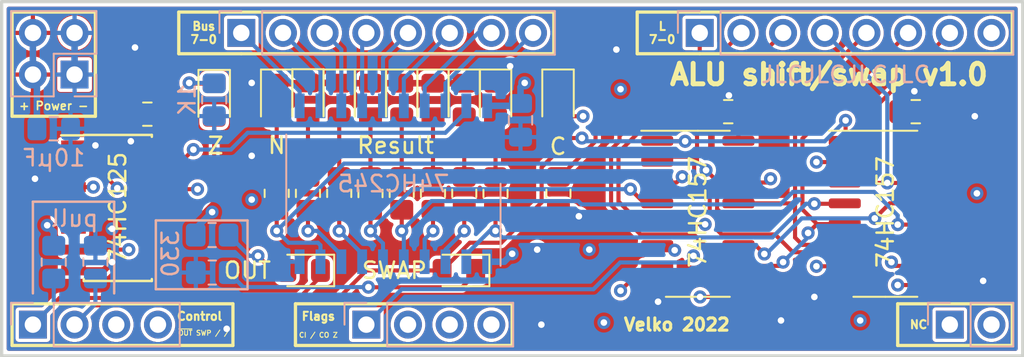
<source format=kicad_pcb>
(kicad_pcb (version 20171130) (host pcbnew "(5.1.9)-1")
  (layers (0 F.Cu signal) (1 In1.Cu signal) (2 In2.Cu signal) (31 B.Cu signal) (34 B.Paste user hide) (35 F.Paste user hide) (36 B.SilkS user hide) (37 F.SilkS user) (38 B.Mask user hide) (39 F.Mask user hide) (44 Edge.Cuts user))
  (net 0 "")
  (net 1 VCC)
  (net 2 GND)
  (net 3 ~OUT~)
  (net 4 "Net-(D11-Pad1)")
  (net 5 BUS7)
  (net 6 BUS6)
  (net 7 BUS5)
  (net 8 BUS4)
  (net 9 BUS3)
  (net 10 BUS2)
  (net 11 BUS1)
  (net 12 BUS0)
  (net 13 ZIN)
  (net 14 "Net-(D9-Pad2)")
  (net 15 "Net-(D10-Pad1)")
  (net 16 "Net-(D11-Pad2)")
  (net 17 A0)
  (net 18 A1)
  (net 19 A2)
  (net 20 A3)
  (net 21 A4)
  (net 22 A5)
  (net 23 A6)
  (net 24 A7)
  (net 25 RES0)
  (net 26 RES1)
  (net 27 RES2)
  (net 28 RES3)
  (net 29 RES4)
  (net 30 RES5)
  (net 31 RES6)
  (net 32 RES7)
  (net 33 "Net-(D1-Pad2)")
  (net 34 "Net-(D2-Pad2)")
  (net 35 "Net-(D3-Pad2)")
  (net 36 "Net-(D4-Pad2)")
  (net 37 "Net-(D5-Pad2)")
  (net 38 "Net-(D6-Pad2)")
  (net 39 "Net-(D7-Pad2)")
  (net 40 "Net-(D8-Pad2)")
  (net 41 SH_SWP)
  (net 42 "Net-(D12-Pad2)")
  (net 43 "Net-(D12-Pad1)")
  (net 44 COUT)
  (net 45 CIN)
  (module Connector_PinHeader_2.54mm:PinHeader_1x02_P2.54mm_Vertical (layer B.Cu) (at 92.71 55.88 270)
    (fp_text reference J6)
    (fp_text value "Input B")
    (pad 2 thru_hole oval (at 0 -2.54 270) (size 1.7 1.7) (drill 1) (layers *.Cu *.Mask))
    (pad 1 thru_hole rect (at 0 0 270) (size 1.7 1.7) (drill 1) (layers *.Cu *.Mask))
  )
  (module Resistor_SMD:R_0805_2012Metric_Pad1.20x1.40mm_HandSolder (layer F.Cu) (at 68.8594 47.879 90)
    (fp_text reference R14)
    (fp_text value 330)
    (pad 2 smd roundrect (at 1 0 90) (size 1.2 1.4) (layers F.Cu F.Paste F.Mask) (roundrect_rratio 0.208333) (net 43 "Net-(D12-Pad1)"))
    (pad 1 smd roundrect (at -1 0 90) (size 1.2 1.4) (layers F.Cu F.Paste F.Mask) (roundrect_rratio 0.208333) (net 2 GND))
  )
  (module Resistor_SMD:R_0805_2012Metric_Pad1.20x1.40mm_HandSolder (layer B.Cu) (at 40.64 52.07 270)
    (fp_text reference R13)
    (fp_text value 10K)
    (pad 2 smd roundrect (at 1 0 270) (size 1.2 1.4) (layers B.Cu B.Paste B.Mask) (roundrect_rratio 0.208333) (net 41 SH_SWP))
    (pad 1 smd roundrect (at -1 0 270) (size 1.2 1.4) (layers B.Cu B.Paste B.Mask) (roundrect_rratio 0.208333) (net 2 GND))
  )
  (module Resistor_SMD:R_0805_2012Metric_Pad1.20x1.40mm_HandSolder (layer B.Cu) (at 38.1 52.07 90)
    (fp_text reference R12)
    (fp_text value 10K)
    (pad 2 smd roundrect (at 1 0 90) (size 1.2 1.4) (layers B.Cu B.Paste B.Mask) (roundrect_rratio 0.208333) (net 1 VCC))
    (pad 1 smd roundrect (at -1 0 90) (size 1.2 1.4) (layers B.Cu B.Paste B.Mask) (roundrect_rratio 0.208333) (net 3 ~OUT~))
  )
  (module Resistor_SMD:R_0805_2012Metric_Pad1.20x1.40mm_HandSolder (layer B.Cu) (at 47.879 42.173 90)
    (fp_text reference R11)
    (fp_text value 1K (at 0 -1.65 90) (layer B.SilkS) (effects (justify mirror)))
    (pad 2 smd roundrect (at 1 0 90) (size 1.2 1.4) (layers B.Cu B.Paste B.Mask) (roundrect_rratio 0.208333) (net 4 "Net-(D11-Pad1)"))
    (pad 1 smd roundrect (at -1 0 90) (size 1.2 1.4) (layers B.Cu B.Paste B.Mask) (roundrect_rratio 0.208333) (net 2 GND))
  )
  (module Resistor_SMD:R_0805_2012Metric_Pad1.20x1.40mm_HandSolder (layer B.Cu) (at 47.761 52.705)
    (fp_text reference R10)
    (fp_text value 330 (at -2.549 -1.143 90) (layer B.SilkS) (effects (justify mirror)))
    (pad 2 smd roundrect (at 1 0) (size 1.2 1.4) (layers B.Cu B.Paste B.Mask) (roundrect_rratio 0.208333) (net 15 "Net-(D10-Pad1)"))
    (pad 1 smd roundrect (at -1 0) (size 1.2 1.4) (layers B.Cu B.Paste B.Mask) (roundrect_rratio 0.208333) (net 2 GND))
  )
  (module Resistor_SMD:R_0805_2012Metric_Pad1.20x1.40mm_HandSolder (layer B.Cu) (at 47.752 50.419)
    (fp_text reference R9)
    (fp_text value 330)
    (pad 2 smd roundrect (at 1 0) (size 1.2 1.4) (layers B.Cu B.Paste B.Mask) (roundrect_rratio 0.208333) (net 14 "Net-(D9-Pad2)"))
    (pad 1 smd roundrect (at -1 0) (size 1.2 1.4) (layers B.Cu B.Paste B.Mask) (roundrect_rratio 0.208333) (net 1 VCC))
  )
  (module Resistor_SMD:R_0805_2012Metric_Pad1.20x1.40mm_HandSolder (layer F.Cu) (at 51.689 47.879 270)
    (fp_text reference R8)
    (fp_text value 330)
    (pad 2 smd roundrect (at 1 0 270) (size 1.2 1.4) (layers F.Cu F.Paste F.Mask) (roundrect_rratio 0.208333) (net 32 RES7))
    (pad 1 smd roundrect (at -1 0 270) (size 1.2 1.4) (layers F.Cu F.Paste F.Mask) (roundrect_rratio 0.208333) (net 40 "Net-(D8-Pad2)"))
  )
  (module Resistor_SMD:R_0805_2012Metric_Pad1.20x1.40mm_HandSolder (layer F.Cu) (at 53.594 47.879 270)
    (fp_text reference R7)
    (fp_text value 330)
    (pad 2 smd roundrect (at 1 0 270) (size 1.2 1.4) (layers F.Cu F.Paste F.Mask) (roundrect_rratio 0.208333) (net 31 RES6))
    (pad 1 smd roundrect (at -1 0 270) (size 1.2 1.4) (layers F.Cu F.Paste F.Mask) (roundrect_rratio 0.208333) (net 39 "Net-(D7-Pad2)"))
  )
  (module Resistor_SMD:R_0805_2012Metric_Pad1.20x1.40mm_HandSolder (layer F.Cu) (at 55.499 47.879 270)
    (fp_text reference R6)
    (fp_text value 330)
    (pad 2 smd roundrect (at 1 0 270) (size 1.2 1.4) (layers F.Cu F.Paste F.Mask) (roundrect_rratio 0.208333) (net 30 RES5))
    (pad 1 smd roundrect (at -1 0 270) (size 1.2 1.4) (layers F.Cu F.Paste F.Mask) (roundrect_rratio 0.208333) (net 38 "Net-(D6-Pad2)"))
  )
  (module Resistor_SMD:R_0805_2012Metric_Pad1.20x1.40mm_HandSolder (layer F.Cu) (at 57.404 47.888 270)
    (fp_text reference R5)
    (fp_text value 330)
    (pad 2 smd roundrect (at 1 0 270) (size 1.2 1.4) (layers F.Cu F.Paste F.Mask) (roundrect_rratio 0.208333) (net 29 RES4))
    (pad 1 smd roundrect (at -1 0 270) (size 1.2 1.4) (layers F.Cu F.Paste F.Mask) (roundrect_rratio 0.208333) (net 37 "Net-(D5-Pad2)"))
  )
  (module Resistor_SMD:R_0805_2012Metric_Pad1.20x1.40mm_HandSolder (layer F.Cu) (at 59.309 47.879 270)
    (fp_text reference R4)
    (fp_text value 330)
    (pad 2 smd roundrect (at 1 0 270) (size 1.2 1.4) (layers F.Cu F.Paste F.Mask) (roundrect_rratio 0.208333) (net 28 RES3))
    (pad 1 smd roundrect (at -1 0 270) (size 1.2 1.4) (layers F.Cu F.Paste F.Mask) (roundrect_rratio 0.208333) (net 36 "Net-(D4-Pad2)"))
  )
  (module Resistor_SMD:R_0805_2012Metric_Pad1.20x1.40mm_HandSolder (layer F.Cu) (at 61.214 47.879 270)
    (fp_text reference R3)
    (fp_text value 330)
    (pad 2 smd roundrect (at 1 0 270) (size 1.2 1.4) (layers F.Cu F.Paste F.Mask) (roundrect_rratio 0.208333) (net 27 RES2))
    (pad 1 smd roundrect (at -1 0 270) (size 1.2 1.4) (layers F.Cu F.Paste F.Mask) (roundrect_rratio 0.208333) (net 35 "Net-(D3-Pad2)"))
  )
  (module Resistor_SMD:R_0805_2012Metric_Pad1.20x1.40mm_HandSolder (layer F.Cu) (at 63.119 47.879 270)
    (fp_text reference R2)
    (fp_text value 330)
    (pad 2 smd roundrect (at 1 0 270) (size 1.2 1.4) (layers F.Cu F.Paste F.Mask) (roundrect_rratio 0.208333) (net 26 RES1))
    (pad 1 smd roundrect (at -1 0 270) (size 1.2 1.4) (layers F.Cu F.Paste F.Mask) (roundrect_rratio 0.208333) (net 34 "Net-(D2-Pad2)"))
  )
  (module Resistor_SMD:R_0805_2012Metric_Pad1.20x1.40mm_HandSolder (layer F.Cu) (at 65.024 47.888 270)
    (fp_text reference R1)
    (fp_text value 330)
    (pad 2 smd roundrect (at 1 0 270) (size 1.2 1.4) (layers F.Cu F.Paste F.Mask) (roundrect_rratio 0.208333) (net 25 RES0))
    (pad 1 smd roundrect (at -1 0 270) (size 1.2 1.4) (layers F.Cu F.Paste F.Mask) (roundrect_rratio 0.208333) (net 33 "Net-(D1-Pad2)"))
  )
  (module LED_SMD:LED_0805_2012Metric_Pad1.15x1.40mm_HandSolder (layer F.Cu) (at 68.834 42.1894 270)
    (fp_text reference D12)
    (fp_text value C (at 2.8321 0 180) (layer F.SilkS))
    (pad 2 smd roundrect (at 1.025 0 270) (size 1.15 1.4) (layers F.Cu F.Paste F.Mask) (roundrect_rratio 0.217391) (net 42 "Net-(D12-Pad2)"))
    (pad 1 smd roundrect (at -1.025 0 270) (size 1.15 1.4) (layers F.Cu F.Paste F.Mask) (roundrect_rratio 0.217391) (net 43 "Net-(D12-Pad1)"))
  )
  (module Package_SO:SOIC-16_3.9x9.9mm_P1.27mm (layer F.Cu) (at 88.7842 49.1236)
    (fp_text reference U7)
    (fp_text value 74HC157 (at 0 -0.112 90) (layer F.SilkS))
    (pad 16 smd roundrect (at 2.475 -4.445) (size 1.95 0.6) (layers F.Cu F.Paste F.Mask) (net 1 VCC))
    (pad 15 smd roundrect (at 2.475 -3.175) (size 1.95 0.6) (layers F.Cu F.Paste F.Mask) (net 2 GND))
    (pad 14 smd roundrect (at 2.475 -1.905) (size 1.95 0.6) (layers F.Cu F.Paste F.Mask) (net 21 A4))
    (pad 13 smd roundrect (at 2.475 -0.635) (size 1.95 0.6) (layers F.Cu F.Paste F.Mask) (net 24 A7))
    (pad 12 smd roundrect (at 2.475 0.635) (size 1.95 0.6) (layers F.Cu F.Paste F.Mask) (net 28 RES3))
    (pad 11 smd roundrect (at 2.475 1.905) (size 1.95 0.6) (layers F.Cu F.Paste F.Mask) (net 20 A3))
    (pad 10 smd roundrect (at 2.475 3.175) (size 1.95 0.6) (layers F.Cu F.Paste F.Mask) (net 23 A6))
    (pad 9 smd roundrect (at 2.475 4.445) (size 1.95 0.6) (layers F.Cu F.Paste F.Mask) (net 27 RES2))
    (pad 8 smd roundrect (at -2.475 4.445) (size 1.95 0.6) (layers F.Cu F.Paste F.Mask) (net 2 GND))
    (pad 7 smd roundrect (at -2.475 3.175) (size 1.95 0.6) (layers F.Cu F.Paste F.Mask) (net 26 RES1))
    (pad 6 smd roundrect (at -2.475 1.905) (size 1.95 0.6) (layers F.Cu F.Paste F.Mask) (net 22 A5))
    (pad 5 smd roundrect (at -2.475 0.635) (size 1.95 0.6) (layers F.Cu F.Paste F.Mask) (net 19 A2))
    (pad 4 smd roundrect (at -2.475 -0.635) (size 1.95 0.6) (layers F.Cu F.Paste F.Mask) (net 25 RES0))
    (pad 3 smd roundrect (at -2.475 -1.905) (size 1.95 0.6) (layers F.Cu F.Paste F.Mask) (net 21 A4))
    (pad 2 smd roundrect (at -2.475 -3.175) (size 1.95 0.6) (layers F.Cu F.Paste F.Mask) (net 18 A1))
    (pad 1 smd roundrect (at -2.475 -4.445) (size 1.95 0.6) (layers F.Cu F.Paste F.Mask) (net 41 SH_SWP))
  )
  (module Package_SO:SOIC-16_3.9x9.9mm_P1.27mm (layer F.Cu) (at 77.3542 49.1236)
    (fp_text reference U6)
    (fp_text value 74HC157 (at 0 -0.112 -90) (layer F.SilkS))
    (pad 1 smd roundrect (at -2.475 -4.445) (size 1.95 0.6) (layers F.Cu F.Paste F.Mask) (net 41 SH_SWP))
    (pad 2 smd roundrect (at -2.475 -3.175) (size 1.95 0.6) (layers F.Cu F.Paste F.Mask) (net 22 A5))
    (pad 3 smd roundrect (at -2.475 -1.905) (size 1.95 0.6) (layers F.Cu F.Paste F.Mask) (net 17 A0))
    (pad 4 smd roundrect (at -2.475 -0.635) (size 1.95 0.6) (layers F.Cu F.Paste F.Mask) (net 29 RES4))
    (pad 5 smd roundrect (at -2.475 0.635) (size 1.95 0.6) (layers F.Cu F.Paste F.Mask) (net 23 A6))
    (pad 6 smd roundrect (at -2.475 1.905) (size 1.95 0.6) (layers F.Cu F.Paste F.Mask) (net 18 A1))
    (pad 7 smd roundrect (at -2.475 3.175) (size 1.95 0.6) (layers F.Cu F.Paste F.Mask) (net 30 RES5))
    (pad 8 smd roundrect (at -2.475 4.445) (size 1.95 0.6) (layers F.Cu F.Paste F.Mask) (net 2 GND))
    (pad 9 smd roundrect (at 2.475 4.445) (size 1.95 0.6) (layers F.Cu F.Paste F.Mask) (net 31 RES6))
    (pad 10 smd roundrect (at 2.475 3.175) (size 1.95 0.6) (layers F.Cu F.Paste F.Mask) (net 19 A2))
    (pad 11 smd roundrect (at 2.475 1.905) (size 1.95 0.6) (layers F.Cu F.Paste F.Mask) (net 24 A7))
    (pad 12 smd roundrect (at 2.475 0.635) (size 1.95 0.6) (layers F.Cu F.Paste F.Mask) (net 32 RES7))
    (pad 13 smd roundrect (at 2.475 -0.635) (size 1.95 0.6) (layers F.Cu F.Paste F.Mask) (net 20 A3))
    (pad 14 smd roundrect (at 2.475 -1.905) (size 1.95 0.6) (layers F.Cu F.Paste F.Mask) (net 45 CIN))
    (pad 15 smd roundrect (at 2.475 -3.175) (size 1.95 0.6) (layers F.Cu F.Paste F.Mask) (net 2 GND))
    (pad 16 smd roundrect (at 2.475 -4.445) (size 1.95 0.6) (layers F.Cu F.Paste F.Mask) (net 1 VCC))
  )
  (module Capacitor_SMD:C_0805_2012Metric_Pad1.15x1.40mm_HandSolder (layer B.Cu) (at 38.1 43.942)
    (fp_text reference C1 hide)
    (fp_text value 10μF (at 0 1.778) (layer B.SilkS) (effects (justify mirror)))
    (pad 1 smd roundrect (at -1.025 0) (size 1.15 1.4) (layers B.Cu B.Paste B.Mask) (roundrect_rratio 0.2173904347826087) (net 1 VCC))
    (pad 2 smd roundrect (at 1.025 0) (size 1.15 1.4) (layers B.Cu B.Paste B.Mask) (roundrect_rratio 0.2173904347826087) (net 2 GND))
  )
  (module Capacitor_SMD:C_0805_2012Metric_Pad1.15x1.40mm_HandSolder (layer B.Cu) (at 66.548 43.425 270)
    (fp_text reference C2 hide)
    (fp_text value 100nF)
    (pad 2 smd roundrect (at 1.025 0 270) (size 1.15 1.4) (layers B.Cu B.Paste B.Mask) (roundrect_rratio 0.2173904347826087) (net 2 GND))
    (pad 1 smd roundrect (at -1.025 0 270) (size 1.15 1.4) (layers B.Cu B.Paste B.Mask) (roundrect_rratio 0.2173904347826087) (net 1 VCC))
  )
  (module Capacitor_SMD:C_0805_2012Metric_Pad1.15x1.40mm_HandSolder (layer F.Cu) (at 43.806 43.053 180)
    (fp_text reference C3 hide)
    (fp_text value 100nF)
    (pad 1 smd roundrect (at -1.025 0 180) (size 1.15 1.4) (layers F.Cu F.Paste F.Mask) (roundrect_rratio 0.2173904347826087) (net 1 VCC))
    (pad 2 smd roundrect (at 1.025 0 180) (size 1.15 1.4) (layers F.Cu F.Paste F.Mask) (roundrect_rratio 0.2173904347826087) (net 2 GND))
  )
  (module LED_SMD:LED_0805_2012Metric_Pad1.15x1.40mm_HandSolder (layer F.Cu) (at 65.024 42.191 270)
    (fp_text reference D1 hide)
    (fp_text value 0)
    (pad 1 smd roundrect (at -1.025 0 270) (size 1.15 1.4) (layers F.Cu F.Paste F.Mask) (roundrect_rratio 0.2173904347826087) (net 2 GND))
    (pad 2 smd roundrect (at 1.025 0 270) (size 1.15 1.4) (layers F.Cu F.Paste F.Mask) (roundrect_rratio 0.2173904347826087) (net 33 "Net-(D1-Pad2)"))
  )
  (module LED_SMD:LED_0805_2012Metric_Pad1.15x1.40mm_HandSolder (layer F.Cu) (at 63.119 42.191 270)
    (fp_text reference D2 hide)
    (fp_text value 1)
    (pad 1 smd roundrect (at -1.025 0 270) (size 1.15 1.4) (layers F.Cu F.Paste F.Mask) (roundrect_rratio 0.2173904347826087) (net 2 GND))
    (pad 2 smd roundrect (at 1.025 0 270) (size 1.15 1.4) (layers F.Cu F.Paste F.Mask) (roundrect_rratio 0.2173904347826087) (net 34 "Net-(D2-Pad2)"))
  )
  (module LED_SMD:LED_0805_2012Metric_Pad1.15x1.40mm_HandSolder (layer F.Cu) (at 61.214 42.191 270)
    (fp_text reference D3 hide)
    (fp_text value 2)
    (pad 2 smd roundrect (at 1.025 0 270) (size 1.15 1.4) (layers F.Cu F.Paste F.Mask) (roundrect_rratio 0.2173904347826087) (net 35 "Net-(D3-Pad2)"))
    (pad 1 smd roundrect (at -1.025 0 270) (size 1.15 1.4) (layers F.Cu F.Paste F.Mask) (roundrect_rratio 0.2173904347826087) (net 2 GND))
  )
  (module LED_SMD:LED_0805_2012Metric_Pad1.15x1.40mm_HandSolder (layer F.Cu) (at 59.309 42.191 270)
    (fp_text reference D4 hide)
    (fp_text value Result (at 2.767 0.381) (layer F.SilkS))
    (pad 1 smd roundrect (at -1.025 0 270) (size 1.15 1.4) (layers F.Cu F.Paste F.Mask) (roundrect_rratio 0.2173904347826087) (net 2 GND))
    (pad 2 smd roundrect (at 1.025 0 270) (size 1.15 1.4) (layers F.Cu F.Paste F.Mask) (roundrect_rratio 0.2173904347826087) (net 36 "Net-(D4-Pad2)"))
  )
  (module LED_SMD:LED_0805_2012Metric_Pad1.15x1.40mm_HandSolder (layer F.Cu) (at 57.404 42.191 270)
    (fp_text reference D5 hide)
    (fp_text value 4)
    (pad 1 smd roundrect (at -1.025 0 270) (size 1.15 1.4) (layers F.Cu F.Paste F.Mask) (roundrect_rratio 0.2173904347826087) (net 2 GND))
    (pad 2 smd roundrect (at 1.025 0 270) (size 1.15 1.4) (layers F.Cu F.Paste F.Mask) (roundrect_rratio 0.2173904347826087) (net 37 "Net-(D5-Pad2)"))
  )
  (module LED_SMD:LED_0805_2012Metric_Pad1.15x1.40mm_HandSolder (layer F.Cu) (at 55.499 42.191 270)
    (fp_text reference D6 hide)
    (fp_text value 5)
    (pad 2 smd roundrect (at 1.025 0 270) (size 1.15 1.4) (layers F.Cu F.Paste F.Mask) (roundrect_rratio 0.2173904347826087) (net 38 "Net-(D6-Pad2)"))
    (pad 1 smd roundrect (at -1.025 0 270) (size 1.15 1.4) (layers F.Cu F.Paste F.Mask) (roundrect_rratio 0.2173904347826087) (net 2 GND))
  )
  (module LED_SMD:LED_0805_2012Metric_Pad1.15x1.40mm_HandSolder (layer F.Cu) (at 53.594 42.173 270)
    (fp_text reference D7 hide)
    (fp_text value 6)
    (pad 2 smd roundrect (at 1.025 0 270) (size 1.15 1.4) (layers F.Cu F.Paste F.Mask) (roundrect_rratio 0.2173904347826087) (net 39 "Net-(D7-Pad2)"))
    (pad 1 smd roundrect (at -1.025 0 270) (size 1.15 1.4) (layers F.Cu F.Paste F.Mask) (roundrect_rratio 0.2173904347826087) (net 2 GND))
  )
  (module LED_SMD:LED_0805_2012Metric_Pad1.15x1.40mm_HandSolder (layer F.Cu) (at 51.689 42.191 270)
    (fp_text reference D8 hide)
    (fp_text value N (at 2.767 0) (layer F.SilkS))
    (pad 2 smd roundrect (at 1.025 0 270) (size 1.15 1.4) (layers F.Cu F.Paste F.Mask) (roundrect_rratio 0.2173904347826087) (net 40 "Net-(D8-Pad2)"))
    (pad 1 smd roundrect (at -1.025 0 270) (size 1.15 1.4) (layers F.Cu F.Paste F.Mask) (roundrect_rratio 0.2173904347826087) (net 2 GND))
  )
  (module LED_SMD:LED_0805_2012Metric_Pad1.15x1.40mm_HandSolder (layer F.Cu) (at 53.331 52.578 180)
    (fp_text reference D9 hide)
    (fp_text value OUT (at 3.429 0) (layer F.SilkS))
    (pad 1 smd roundrect (at -1.025 0 180) (size 1.15 1.4) (layers F.Cu F.Paste F.Mask) (roundrect_rratio 0.2173904347826087) (net 3 ~OUT~))
    (pad 2 smd roundrect (at 1.025 0 180) (size 1.15 1.4) (layers F.Cu F.Paste F.Mask) (roundrect_rratio 0.2173904347826087) (net 14 "Net-(D9-Pad2)"))
  )
  (module LED_SMD:LED_0805_2012Metric_Pad1.15x1.40mm_HandSolder (layer F.Cu) (at 62.7925 52.578 180)
    (fp_text reference D10 hide)
    (fp_text value SWAP (at 3.928 0 180) (layer F.SilkS))
    (pad 1 smd roundrect (at -1.025 0 180) (size 1.15 1.4) (layers F.Cu F.Paste F.Mask) (roundrect_rratio 0.2173904347826087) (net 15 "Net-(D10-Pad1)"))
    (pad 2 smd roundrect (at 1.025 0 180) (size 1.15 1.4) (layers F.Cu F.Paste F.Mask) (roundrect_rratio 0.2173904347826087) (net 41 SH_SWP))
  )
  (module LED_SMD:LED_0805_2012Metric_Pad1.15x1.40mm_HandSolder (layer F.Cu) (at 47.879 42.2148 270)
    (fp_text reference D11 hide)
    (fp_text value Z (at 2.757664 -0.090536) (layer F.SilkS))
    (pad 1 smd roundrect (at -1.025 0 270) (size 1.15 1.4) (layers F.Cu F.Paste F.Mask) (roundrect_rratio 0.2173904347826087) (net 4 "Net-(D11-Pad1)"))
    (pad 2 smd roundrect (at 1.025 0 270) (size 1.15 1.4) (layers F.Cu F.Paste F.Mask) (roundrect_rratio 0.2173904347826087) (net 16 "Net-(D11-Pad2)"))
  )
  (module Connector_PinHeader_2.54mm:PinHeader_1x08_P2.54mm_Vertical (layer B.Cu) (at 49.53 38.1 270)
    (fp_text reference J3 hide)
    (fp_text value BUS)
    (pad 1 thru_hole rect (at 0 0 270) (size 1.7 1.7) (drill 1) (layers *.Cu *.Mask) (net 5 BUS7))
    (pad 2 thru_hole oval (at 0 -2.54 270) (size 1.7 1.7) (drill 1) (layers *.Cu *.Mask) (net 6 BUS6))
    (pad 3 thru_hole oval (at 0 -5.08 270) (size 1.7 1.7) (drill 1) (layers *.Cu *.Mask) (net 7 BUS5))
    (pad 4 thru_hole oval (at 0 -7.62 270) (size 1.7 1.7) (drill 1) (layers *.Cu *.Mask) (net 8 BUS4))
    (pad 5 thru_hole oval (at 0 -10.16 270) (size 1.7 1.7) (drill 1) (layers *.Cu *.Mask) (net 9 BUS3))
    (pad 6 thru_hole oval (at 0 -12.7 270) (size 1.7 1.7) (drill 1) (layers *.Cu *.Mask) (net 10 BUS2))
    (pad 7 thru_hole oval (at 0 -15.24 270) (size 1.7 1.7) (drill 1) (layers *.Cu *.Mask) (net 11 BUS1))
    (pad 8 thru_hole oval (at 0 -17.78 270) (size 1.7 1.7) (drill 1) (layers *.Cu *.Mask) (net 12 BUS0))
  )
  (module Connector_PinHeader_2.54mm:PinHeader_1x08_P2.54mm_Vertical (layer B.Cu) (at 77.47 38.1 270)
    (fp_text reference J4 hide)
    (fp_text value "Input A")
    (pad 8 thru_hole oval (at 0 -17.78 270) (size 1.7 1.7) (drill 1) (layers *.Cu *.Mask) (net 17 A0))
    (pad 7 thru_hole oval (at 0 -15.24 270) (size 1.7 1.7) (drill 1) (layers *.Cu *.Mask) (net 18 A1))
    (pad 6 thru_hole oval (at 0 -12.7 270) (size 1.7 1.7) (drill 1) (layers *.Cu *.Mask) (net 19 A2))
    (pad 5 thru_hole oval (at 0 -10.16 270) (size 1.7 1.7) (drill 1) (layers *.Cu *.Mask) (net 20 A3))
    (pad 4 thru_hole oval (at 0 -7.62 270) (size 1.7 1.7) (drill 1) (layers *.Cu *.Mask) (net 21 A4))
    (pad 3 thru_hole oval (at 0 -5.08 270) (size 1.7 1.7) (drill 1) (layers *.Cu *.Mask) (net 22 A5))
    (pad 2 thru_hole oval (at 0 -2.54 270) (size 1.7 1.7) (drill 1) (layers *.Cu *.Mask) (net 23 A6))
    (pad 1 thru_hole rect (at 0 0 270) (size 1.7 1.7) (drill 1) (layers *.Cu *.Mask) (net 24 A7))
  )
  (module Connector_PinHeader_2.54mm:PinHeader_1x04_P2.54mm_Vertical (layer B.Cu) (at 36.83 55.88 270)
    (fp_text reference J2 hide)
    (fp_text value Control)
    (pad 1 thru_hole rect (at 0 0 270) (size 1.7 1.7) (drill 1) (layers *.Cu *.Mask) (net 3 ~OUT~))
    (pad 2 thru_hole oval (at 0 -2.54 270) (size 1.7 1.7) (drill 1) (layers *.Cu *.Mask) (net 41 SH_SWP))
    (pad 3 thru_hole oval (at 0 -5.08 270) (size 1.7 1.7) (drill 1) (layers *.Cu *.Mask))
    (pad 4 thru_hole oval (at 0 -7.62 270) (size 1.7 1.7) (drill 1) (layers *.Cu *.Mask))
  )
  (module Connector_PinHeader_2.54mm:PinHeader_1x04_P2.54mm_Vertical (layer B.Cu) (at 57.15 55.88 270)
    (fp_text reference J5 hide)
    (fp_text value Flags)
    (pad 4 thru_hole oval (at 0 -7.62 270) (size 1.7 1.7) (drill 1) (layers *.Cu *.Mask) (net 13 ZIN))
    (pad 3 thru_hole oval (at 0 -5.08 270) (size 1.7 1.7) (drill 1) (layers *.Cu *.Mask) (net 44 COUT))
    (pad 2 thru_hole oval (at 0 -2.54 270) (size 1.7 1.7) (drill 1) (layers *.Cu *.Mask))
    (pad 1 thru_hole rect (at 0 0 270) (size 1.7 1.7) (drill 1) (layers *.Cu *.Mask) (net 45 CIN))
  )
  (module Package_SO:SO-20_12.8x7.5mm_P1.27mm (layer B.Cu) (at 58.801 47.295 90)
    (fp_text reference U8)
    (fp_text value 74HC245 (at 0 0 180) (layer B.SilkS) (effects (justify mirror)))
    (pad 6 smd rect (at -4.75 -0.635 90) (size 1.5 0.6) (layers B.Cu B.Paste B.Mask) (net 29 RES4))
    (pad 5 smd rect (at -4.75 0.635 90) (size 1.5 0.6) (layers B.Cu B.Paste B.Mask) (net 28 RES3))
    (pad 4 smd rect (at -4.75 1.905 90) (size 1.5 0.6) (layers B.Cu B.Paste B.Mask) (net 27 RES2))
    (pad 3 smd rect (at -4.75 3.175 90) (size 1.5 0.6) (layers B.Cu B.Paste B.Mask) (net 26 RES1))
    (pad 2 smd rect (at -4.75 4.445 90) (size 1.5 0.6) (layers B.Cu B.Paste B.Mask) (net 25 RES0))
    (pad 1 smd rect (at -4.75 5.715 90) (size 1.5 0.6) (layers B.Cu B.Paste B.Mask) (net 1 VCC))
    (pad 7 smd rect (at -4.75 -1.905 90) (size 1.5 0.6) (layers B.Cu B.Paste B.Mask) (net 30 RES5))
    (pad 8 smd rect (at -4.75 -3.175 90) (size 1.5 0.6) (layers B.Cu B.Paste B.Mask) (net 31 RES6))
    (pad 9 smd rect (at -4.75 -4.445 90) (size 1.5 0.6) (layers B.Cu B.Paste B.Mask) (net 32 RES7))
    (pad 10 smd rect (at -4.75 -5.715 90) (size 1.5 0.6) (layers B.Cu B.Paste B.Mask) (net 2 GND))
    (pad 11 smd rect (at 4.75 -5.715 90) (size 1.5 0.6) (layers B.Cu B.Paste B.Mask) (net 5 BUS7))
    (pad 12 smd rect (at 4.75 -4.445 90) (size 1.5 0.6) (layers B.Cu B.Paste B.Mask) (net 6 BUS6))
    (pad 13 smd rect (at 4.75 -3.175 90) (size 1.5 0.6) (layers B.Cu B.Paste B.Mask) (net 7 BUS5))
    (pad 14 smd rect (at 4.75 -1.905 90) (size 1.5 0.6) (layers B.Cu B.Paste B.Mask) (net 8 BUS4))
    (pad 15 smd rect (at 4.75 -0.635 90) (size 1.5 0.6) (layers B.Cu B.Paste B.Mask) (net 9 BUS3))
    (pad 16 smd rect (at 4.75 0.635 90) (size 1.5 0.6) (layers B.Cu B.Paste B.Mask) (net 10 BUS2))
    (pad 17 smd rect (at 4.75 1.905 90) (size 1.5 0.6) (layers B.Cu B.Paste B.Mask) (net 11 BUS1))
    (pad 18 smd rect (at 4.75 3.175 90) (size 1.5 0.6) (layers B.Cu B.Paste B.Mask) (net 12 BUS0))
    (pad 19 smd rect (at 4.75 4.445 90) (size 1.5 0.6) (layers B.Cu B.Paste B.Mask) (net 3 ~OUT~))
    (pad 20 smd rect (at 4.75 5.715 90) (size 1.5 0.6) (layers B.Cu B.Paste B.Mask) (net 1 VCC))
  )
  (module Package_SO:SOIC-14_3.9x8.7mm_P1.27mm (layer F.Cu) (at 42.004 48.768)
    (fp_text reference U5)
    (fp_text value 74HC125 (at 0 0 90) (layer F.SilkS))
    (pad 1 smd rect (at -2.7 -3.81) (size 1.5 0.6) (layers F.Cu F.Paste F.Mask) (net 2 GND))
    (pad 2 smd rect (at -2.7 -2.54) (size 1.5 0.6) (layers F.Cu F.Paste F.Mask) (net 17 A0))
    (pad 3 smd rect (at -2.7 -1.27) (size 1.5 0.6) (layers F.Cu F.Paste F.Mask) (net 42 "Net-(D12-Pad2)"))
    (pad 4 smd rect (at -2.7 0) (size 1.5 0.6) (layers F.Cu F.Paste F.Mask) (net 3 ~OUT~))
    (pad 5 smd rect (at -2.7 1.27) (size 1.5 0.6) (layers F.Cu F.Paste F.Mask) (net 17 A0))
    (pad 6 smd rect (at -2.7 2.54) (size 1.5 0.6) (layers F.Cu F.Paste F.Mask) (net 44 COUT))
    (pad 7 smd rect (at -2.7 3.81) (size 1.5 0.6) (layers F.Cu F.Paste F.Mask) (net 2 GND))
    (pad 8 smd rect (at 2.7 3.81) (size 1.5 0.6) (layers F.Cu F.Paste F.Mask))
    (pad 9 smd rect (at 2.7 2.54) (size 1.5 0.6) (layers F.Cu F.Paste F.Mask) (net 1 VCC))
    (pad 10 smd rect (at 2.7 1.27) (size 1.5 0.6) (layers F.Cu F.Paste F.Mask) (net 1 VCC))
    (pad 11 smd rect (at 2.7 0) (size 1.5 0.6) (layers F.Cu F.Paste F.Mask) (net 16 "Net-(D11-Pad2)"))
    (pad 12 smd rect (at 2.7 -1.27) (size 1.5 0.6) (layers F.Cu F.Paste F.Mask) (net 13 ZIN))
    (pad 13 smd rect (at 2.7 -2.54) (size 1.5 0.6) (layers F.Cu F.Paste F.Mask) (net 3 ~OUT~))
    (pad 14 smd rect (at 2.7 -3.81) (size 1.5 0.6) (layers F.Cu F.Paste F.Mask) (net 1 VCC))
  )
  (module Connector_PinHeader_2.54mm:PinHeader_2x02_P2.54mm_Vertical (layer B.Cu) (at 39.37 40.64 90)
    (fp_text reference J1 hide)
    (fp_text value Power)
    (pad 1 thru_hole rect (at 0 0 90) (size 1.7 1.7) (drill 1) (layers *.Cu *.Mask) (net 2 GND))
    (pad 2 thru_hole oval (at 2.54 0 90) (size 1.7 1.7) (drill 1) (layers *.Cu *.Mask) (net 2 GND))
    (pad 3 thru_hole oval (at 0 -2.54 90) (size 1.7 1.7) (drill 1) (layers *.Cu *.Mask) (net 1 VCC))
    (pad 4 thru_hole oval (at 2.54 -2.54 90) (size 1.7 1.7) (drill 1) (layers *.Cu *.Mask) (net 1 VCC))
  )
  (module Capacitor_SMD:C_0805_2012Metric_Pad1.15x1.40mm_HandSolder (layer F.Cu) (at 90.6362 42.9006 180)
    (fp_text reference C6)
    (fp_text value 100nF)
    (pad 2 smd roundrect (at 1.025 0 180) (size 1.15 1.4) (layers F.Cu F.Paste F.Mask) (roundrect_rratio 0.2173904347826087) (net 2 GND))
    (pad 1 smd roundrect (at -1.025 0 180) (size 1.15 1.4) (layers F.Cu F.Paste F.Mask) (roundrect_rratio 0.2173904347826087) (net 1 VCC))
  )
  (module Capacitor_SMD:C_0805_2012Metric_Pad1.15x1.40mm_HandSolder (layer F.Cu) (at 79.2062 42.9006 180)
    (fp_text reference C8)
    (fp_text value 100nF)
    (pad 1 smd roundrect (at -1.025 0 180) (size 1.15 1.4) (layers F.Cu F.Paste F.Mask) (roundrect_rratio 0.2173904347826087) (net 1 VCC))
    (pad 2 smd roundrect (at 1.025 0 180) (size 1.15 1.4) (layers F.Cu F.Paste F.Mask) (roundrect_rratio 0.2173904347826087) (net 2 GND))
  )
  (gr_line (start 44.323 53.721) (end 44.323 49.53) (layer B.SilkS) (width 0.15))
  (gr_line (start 49.911 53.721) (end 44.323 53.721) (layer B.SilkS) (width 0.15))
  (gr_line (start 49.911 49.53) (end 49.911 53.721) (layer B.SilkS) (width 0.15))
  (gr_line (start 44.323 49.53) (end 49.911 49.53) (layer B.SilkS) (width 0.15))
  (gr_text JLCJLCJLCJLC (at 86.36 40.64) (layer B.SilkS) (effects (font (size 1 1))))
  (gr_line (start 41.783 53.848) (end 41.783 53.975) (layer B.SilkS) (width 0.15))
  (gr_line (start 41.783 48.387) (end 41.783 53.848) (layer B.SilkS) (width 0.15))
  (gr_line (start 41.656 48.387) (end 41.783 48.387) (layer B.SilkS) (width 0.15))
  (gr_line (start 36.83 48.387) (end 41.656 48.387) (layer B.SilkS) (width 0.15))
  (gr_line (start 36.83 53.975) (end 36.83 48.387) (layer B.SilkS) (width 0.15))
  (gr_text pull (at 39.37 49.403) (layer B.SilkS) (effects (font (size 1 1)) (justify mirror)))
  (gr_line (start 40.64 36.83) (end 40.64 40.64) (layer F.SilkS) (width 0.2))
  (gr_line (start 35.56 36.83) (end 40.64 36.83) (layer F.SilkS) (width 0.2))
  (gr_line (start 35.56 40.64) (end 35.56 36.83) (layer F.SilkS) (width 0.2))
  (gr_line (start 68.58 36.83) (end 49.53 36.83) (layer F.SilkS) (width 0.2))
  (gr_line (start 68.58 39.37) (end 68.58 36.83) (layer F.SilkS) (width 0.2))
  (gr_line (start 49.53 39.37) (end 68.58 39.37) (layer F.SilkS) (width 0.2))
  (gr_line (start 96.52 39.37) (end 77.47 39.37) (layer F.SilkS) (width 0.2))
  (gr_line (start 96.52 36.83) (end 96.52 39.37) (layer F.SilkS) (width 0.2))
  (gr_line (start 77.47 36.83) (end 96.52 36.83) (layer F.SilkS) (width 0.2))
  (gr_line (start 96.52 57.15) (end 89.535 57.15) (layer F.SilkS) (width 0.2))
  (gr_line (start 96.52 54.61) (end 96.52 57.15) (layer F.SilkS) (width 0.2))
  (gr_line (start 89.535 54.61) (end 96.52 54.61) (layer F.SilkS) (width 0.2))
  (gr_line (start 66.04 57.15) (end 52.832 57.15) (layer F.SilkS) (width 0.2))
  (gr_line (start 66.04 54.61) (end 66.04 57.15) (layer F.SilkS) (width 0.2))
  (gr_line (start 52.832 54.61) (end 66.04 54.61) (layer F.SilkS) (width 0.2))
  (gr_line (start 35.56 57.15) (end 49.022 57.15) (layer F.SilkS) (width 0.2))
  (gr_line (start 35.56 54.61) (end 35.56 57.15) (layer F.SilkS) (width 0.2))
  (gr_line (start 49.022 54.61) (end 35.56 54.61) (layer F.SilkS) (width 0.2))
  (gr_text "CI / CO Z" (at 54.229 56.515) (layer F.SilkS) (effects (font (size 0.3 0.3) (thickness 0.0625))))
  (gr_text "~OUT~ SWP / /" (at 47.244 56.388) (layer F.SilkS) (effects (font (size 0.3 0.3) (thickness 0.0625))))
  (gr_line (start 49.022 54.61) (end 49.022 57.15) (layer F.SilkS) (width 0.2))
  (gr_line (start 52.832 54.61) (end 52.832 57.15) (layer F.SilkS) (width 0.2))
  (gr_line (start 89.535 54.61) (end 89.535 57.15) (layer F.SilkS) (width 0.2))
  (gr_line (start 73.66 39.37) (end 77.47 39.37) (layer F.SilkS) (width 0.2))
  (gr_line (start 73.66 36.83) (end 73.66 39.37) (layer F.SilkS) (width 0.2))
  (gr_line (start 77.47 36.83) (end 73.66 36.83) (layer F.SilkS) (width 0.2))
  (gr_line (start 45.72 39.37) (end 49.53 39.37) (layer F.SilkS) (width 0.2))
  (gr_line (start 45.72 36.83) (end 45.72 39.37) (layer F.SilkS) (width 0.2))
  (gr_line (start 49.53 36.83) (end 45.72 36.83) (layer F.SilkS) (width 0.2))
  (gr_line (start 40.64 43.18) (end 40.64 40.64) (layer F.SilkS) (width 0.2))
  (gr_line (start 35.56 43.18) (end 40.64 43.18) (layer F.SilkS) (width 0.2))
  (gr_line (start 35.56 40.64) (end 35.56 43.18) (layer F.SilkS) (width 0.2))
  (gr_text NC (at 90.805 55.88) (layer F.SilkS) (effects (font (size 0.5 0.5) (thickness 0.125))))
  (gr_text Flags (at 54.229 55.372) (layer F.SilkS) (effects (font (size 0.5 0.5) (thickness 0.125))))
  (gr_text Control (at 46.99 55.372) (layer F.SilkS) (effects (font (size 0.5 0.5) (thickness 0.125))))
  (gr_text "L\n7-0" (at 75.184 38.1) (layer F.SilkS) (effects (font (size 0.5 0.5) (thickness 0.125))))
  (gr_text "Bus\n7-0" (at 47.244 38.1) (layer F.SilkS) (effects (font (size 0.5 0.5) (thickness 0.125))))
  (gr_text "+ Power -" (at 38.1 42.545) (layer F.SilkS) (effects (font (size 0.5 0.5) (thickness 0.1))))
  (gr_text "Velko 2022" (at 76.073 55.88) (layer F.SilkS) (effects (font (size 0.75 0.75) (thickness 0.1875))))
  (gr_text "ALU shift/swap v1.0" (at 85.344 40.64) (layer F.SilkS) (effects (font (size 1.25 1.25) (thickness 0.3))))
  (gr_line (start 34.925 57.785) (end 34.925 36.195) (layer Edge.Cuts) (width 0.2))
  (gr_line (start 97.155 57.785) (end 34.925 57.785) (layer Edge.Cuts) (width 0.2))
  (gr_line (start 97.155 36.195) (end 97.155 57.785) (layer Edge.Cuts) (width 0.2))
  (gr_line (start 34.925 36.195) (end 97.155 36.195) (layer Edge.Cuts) (width 0.2))
  (via (at 41.656 50.038) (size 0.8) (drill 0.4) (layers F.Cu B.Cu) (net 1))
  (segment (start 66.403 42.545) (end 66.548 42.4) (width 0.4) (layer B.Cu) (net 1))
  (segment (start 64.516 42.545) (end 66.403 42.545) (width 0.4) (layer B.Cu) (net 1))
  (segment (start 36.83 38.1) (end 36.83 40.64) (width 0.4) (layer B.Cu) (net 1))
  (segment (start 37.075 40.885) (end 36.83 40.64) (width 0.4) (layer B.Cu) (net 1))
  (segment (start 37.075 43.942) (end 37.075 40.885) (width 0.4) (layer B.Cu) (net 1))
  (segment (start 38.1 51.07) (end 38.1 50.223844) (width 0.4) (layer B.Cu) (net 1))
  (via (at 37.700942 49.824786) (size 0.8) (drill 0.4) (layers F.Cu B.Cu) (net 1))
  (segment (start 38.1 50.223844) (end 37.700942 49.824786) (width 0.4) (layer B.Cu) (net 1))
  (via (at 47.752 49.022) (size 0.8) (drill 0.4) (layers F.Cu B.Cu) (net 1))
  (segment (start 46.752 50.022) (end 47.752 49.022) (width 0.4) (layer B.Cu) (net 1))
  (segment (start 46.752 50.419) (end 46.752 50.022) (width 0.4) (layer B.Cu) (net 1))
  (via (at 66.802 41.148) (size 0.8) (drill 0.4) (layers F.Cu B.Cu) (net 1))
  (segment (start 66.548 41.402) (end 66.802 41.148) (width 0.4) (layer B.Cu) (net 1))
  (segment (start 66.548 42.4) (end 66.548 41.402) (width 0.4) (layer B.Cu) (net 1))
  (via (at 66.04 51.562) (size 0.8) (drill 0.4) (layers F.Cu B.Cu) (net 1))
  (segment (start 65.557 52.045) (end 66.04 51.562) (width 0.4) (layer B.Cu) (net 1))
  (segment (start 64.516 52.045) (end 65.557 52.045) (width 0.4) (layer B.Cu) (net 1))
  (via (at 72.644 41.529) (size 0.8) (drill 0.4) (layers F.Cu B.Cu) (net 1))
  (via (at 94.361 47.879) (size 0.8) (drill 0.4) (layers F.Cu B.Cu) (net 1))
  (via (at 87.249 55.626) (size 0.8) (drill 0.4) (layers F.Cu B.Cu) (net 1))
  (via (at 71.628 55.753) (size 0.8) (drill 0.4) (layers F.Cu B.Cu) (net 1))
  (via (at 70.739 51.308) (size 0.8) (drill 0.4) (layers F.Cu B.Cu) (net 1))
  (via (at 50.165 48.26) (size 0.8) (drill 0.4) (layers F.Cu B.Cu) (net 1))
  (segment (start 39.37 38.1) (end 39.37 40.64) (width 0.4) (layer B.Cu) (net 2))
  (via (at 42.799 44.704) (size 0.8) (drill 0.4) (layers F.Cu B.Cu) (net 2))
  (segment (start 42.781 44.686) (end 42.799 44.704) (width 0.4) (layer F.Cu) (net 2))
  (segment (start 42.781 43.053) (end 42.781 44.686) (width 0.4) (layer F.Cu) (net 2))
  (via (at 40.64 44.958) (size 0.8) (drill 0.4) (layers F.Cu B.Cu) (net 2))
  (segment (start 39.304 44.958) (end 40.64 44.958) (width 0.4) (layer F.Cu) (net 2))
  (via (at 41.656 52.07) (size 0.8) (drill 0.4) (layers F.Cu B.Cu) (net 2))
  (segment (start 41.148 52.578) (end 41.656 52.07) (width 0.4) (layer F.Cu) (net 2))
  (segment (start 39.304 52.578) (end 41.148 52.578) (width 0.4) (layer F.Cu) (net 2))
  (segment (start 74.8792 53.5686) (end 74.8792 54.4322) (width 0.4) (layer F.Cu) (net 2))
  (via (at 74.93 54.483) (size 0.8) (drill 0.4) (layers F.Cu B.Cu) (net 2))
  (segment (start 74.8792 54.4322) (end 74.93 54.483) (width 0.4) (layer F.Cu) (net 2))
  (via (at 70.104 49.276) (size 0.8) (drill 0.4) (layers F.Cu B.Cu) (net 2))
  (segment (start 69.707 48.879) (end 70.104 49.276) (width 0.4) (layer F.Cu) (net 2))
  (segment (start 68.8594 48.879) (end 69.707 48.879) (width 0.4) (layer F.Cu) (net 2))
  (via (at 79.248 41.91) (size 0.8) (drill 0.4) (layers F.Cu B.Cu) (net 2))
  (segment (start 78.2574 42.9006) (end 79.248 41.91) (width 0.4) (layer F.Cu) (net 2))
  (segment (start 78.1812 42.9006) (end 78.2574 42.9006) (width 0.4) (layer F.Cu) (net 2))
  (segment (start 78.1812 45.2756) (end 78.1812 42.9006) (width 0.4) (layer F.Cu) (net 2))
  (segment (start 78.8542 45.9486) (end 78.1812 45.2756) (width 0.4) (layer F.Cu) (net 2))
  (segment (start 79.8292 45.9486) (end 78.8542 45.9486) (width 0.4) (layer F.Cu) (net 2))
  (via (at 90.551 41.656) (size 0.8) (drill 0.4) (layers F.Cu B.Cu) (net 2))
  (segment (start 89.6112 42.5958) (end 90.551 41.656) (width 0.4) (layer F.Cu) (net 2))
  (segment (start 89.6112 42.9006) (end 89.6112 42.5958) (width 0.4) (layer F.Cu) (net 2))
  (segment (start 90.776366 45.9486) (end 91.2592 45.9486) (width 0.4) (layer F.Cu) (net 2))
  (segment (start 89.6112 44.783434) (end 90.776366 45.9486) (width 0.4) (layer F.Cu) (net 2))
  (segment (start 89.6112 42.9006) (end 89.6112 44.783434) (width 0.4) (layer F.Cu) (net 2))
  (segment (start 86.3092 53.5686) (end 85.079814 53.5686) (width 0.4) (layer F.Cu) (net 2))
  (segment (start 85.079814 53.5686) (end 84.456404 54.19201) (width 0.4) (layer F.Cu) (net 2))
  (via (at 84.456404 54.19201) (size 0.8) (drill 0.4) (layers F.Cu B.Cu) (net 2))
  (segment (start 65.024 41.166) (end 63.119 41.166) (width 0.4) (layer F.Cu) (net 2))
  (segment (start 61.214 41.166) (end 63.119 41.166) (width 0.4) (layer F.Cu) (net 2))
  (segment (start 59.309 41.166) (end 61.214 41.166) (width 0.4) (layer F.Cu) (net 2))
  (segment (start 57.404 41.166) (end 59.309 41.166) (width 0.4) (layer F.Cu) (net 2))
  (segment (start 55.499 41.166) (end 57.404 41.166) (width 0.4) (layer F.Cu) (net 2))
  (segment (start 55.481 41.148) (end 55.499 41.166) (width 0.4) (layer F.Cu) (net 2))
  (segment (start 53.594 41.148) (end 55.481 41.148) (width 0.4) (layer F.Cu) (net 2))
  (segment (start 53.576 41.166) (end 53.594 41.148) (width 0.4) (layer F.Cu) (net 2))
  (segment (start 51.689 41.166) (end 53.576 41.166) (width 0.4) (layer F.Cu) (net 2))
  (via (at 50.165 41.148) (size 0.8) (drill 0.4) (layers F.Cu B.Cu) (net 2))
  (segment (start 50.183 41.166) (end 50.165 41.148) (width 0.4) (layer F.Cu) (net 2))
  (segment (start 51.689 41.166) (end 50.183 41.166) (width 0.4) (layer F.Cu) (net 2))
  (via (at 72.39 39.116) (size 0.8) (drill 0.4) (layers F.Cu B.Cu) (net 2))
  (via (at 94.234 43.18) (size 0.8) (drill 0.4) (layers F.Cu B.Cu) (net 2))
  (via (at 94.742 53.213) (size 0.8) (drill 0.4) (layers F.Cu B.Cu) (net 2))
  (via (at 82.423 55.626) (size 0.8) (drill 0.4) (layers F.Cu B.Cu) (net 2))
  (via (at 67.818 55.88) (size 0.8) (drill 0.4) (layers F.Cu B.Cu) (net 2))
  (via (at 67.564 51.308) (size 0.8) (drill 0.4) (layers F.Cu B.Cu) (net 2))
  (via (at 43.053 38.989) (size 0.8) (drill 0.4) (layers F.Cu B.Cu) (net 2))
  (via (at 48.641 56.134) (size 0.8) (drill 0.4) (layers F.Cu B.Cu) (net 2))
  (via (at 36.957 46.99) (size 0.8) (drill 0.4) (layers F.Cu B.Cu) (net 2))
  (via (at 50.165 45.593) (size 0.8) (drill 0.4) (layers F.Cu B.Cu) (net 2))
  (via (at 65.913 40.132) (size 0.8) (drill 0.4) (layers F.Cu B.Cu) (net 2))
  (segment (start 65.024 41.021) (end 65.913 40.132) (width 0.4) (layer F.Cu) (net 2))
  (segment (start 65.024 41.166) (end 65.024 41.021) (width 0.4) (layer F.Cu) (net 2))
  (segment (start 38.1 54.61) (end 36.83 55.88) (width 0.25) (layer B.Cu) (net 3))
  (segment (start 38.1 53.07) (end 38.1 54.61) (width 0.25) (layer B.Cu) (net 3))
  (segment (start 54.356 52.578) (end 54.356 52.959) (width 0.25) (layer F.Cu) (net 3))
  (segment (start 38.455012 54.254988) (end 36.83 55.88) (width 0.25) (layer F.Cu) (net 3))
  (segment (start 54.356 52.959) (end 53.060012 54.254988) (width 0.25) (layer F.Cu) (net 3))
  (segment (start 42.011012 54.254988) (end 38.455012 54.254988) (width 0.25) (layer F.Cu) (net 3))
  (segment (start 53.060012 54.254988) (end 42.011012 54.254988) (width 0.25) (layer F.Cu) (net 3))
  (segment (start 43.397002 50.959998) (end 43.397002 52.868998) (width 0.25) (layer F.Cu) (net 3))
  (segment (start 43.397002 52.868998) (end 42.011012 54.254988) (width 0.25) (layer F.Cu) (net 3))
  (segment (start 43.704 46.228) (end 43.397002 46.534998) (width 0.25) (layer F.Cu) (net 3))
  (segment (start 44.704 46.228) (end 43.704 46.228) (width 0.25) (layer F.Cu) (net 3))
  (segment (start 43.307 48.768) (end 43.397002 48.858002) (width 0.25) (layer F.Cu) (net 3))
  (segment (start 39.304 48.768) (end 43.307 48.768) (width 0.25) (layer F.Cu) (net 3))
  (segment (start 43.397002 48.858002) (end 43.397002 50.959998) (width 0.25) (layer F.Cu) (net 3))
  (segment (start 43.397002 46.534998) (end 43.397002 48.858002) (width 0.25) (layer F.Cu) (net 3))
  (segment (start 63.246 42.545) (end 63.246 42.910002) (width 0.25) (layer B.Cu) (net 3))
  (via (at 46.609 45.212) (size 0.8) (drill 0.4) (layers F.Cu B.Cu) (net 3))
  (segment (start 45.593 46.228) (end 44.704 46.228) (width 0.25) (layer F.Cu) (net 3))
  (segment (start 46.609 45.212) (end 45.593 46.228) (width 0.25) (layer F.Cu) (net 3))
  (segment (start 49.918999 44.188001) (end 48.895 45.212) (width 0.25) (layer B.Cu) (net 3))
  (segment (start 61.968001 44.188001) (end 49.918999 44.188001) (width 0.25) (layer B.Cu) (net 3))
  (segment (start 48.895 45.212) (end 46.609 45.212) (width 0.25) (layer B.Cu) (net 3))
  (segment (start 63.246 42.910002) (end 61.968001 44.188001) (width 0.25) (layer B.Cu) (net 3))
  (via (at 46.355 41.148) (size 0.8) (drill 0.4) (layers F.Cu B.Cu) (net 4))
  (segment (start 46.3968 41.1898) (end 46.355 41.148) (width 0.25) (layer F.Cu) (net 4))
  (segment (start 47.879 41.1898) (end 46.3968 41.1898) (width 0.25) (layer F.Cu) (net 4))
  (segment (start 47.854 41.148) (end 47.879 41.173) (width 0.25) (layer B.Cu) (net 4))
  (segment (start 46.355 41.148) (end 47.854 41.148) (width 0.25) (layer B.Cu) (net 4))
  (segment (start 53.086 41.656) (end 49.53 38.1) (width 0.25) (layer B.Cu) (net 5))
  (segment (start 53.086 41.656) (end 53.086 42.545) (width 0.25) (layer B.Cu) (net 5))
  (segment (start 54.356 40.386) (end 52.07 38.1) (width 0.25) (layer B.Cu) (net 6))
  (segment (start 54.356 40.386) (end 54.356 42.545) (width 0.25) (layer B.Cu) (net 6))
  (segment (start 55.626 39.116) (end 54.61 38.1) (width 0.25) (layer B.Cu) (net 7))
  (segment (start 55.626 39.116) (end 55.626 42.545) (width 0.25) (layer B.Cu) (net 7))
  (segment (start 56.896 42.545) (end 56.896 38.354) (width 0.25) (layer B.Cu) (net 8))
  (segment (start 57.15 38.1) (end 56.896 38.354) (width 0.25) (layer B.Cu) (net 8))
  (segment (start 59.69 38.1) (end 58.166 39.624) (width 0.25) (layer B.Cu) (net 9))
  (segment (start 58.166 39.624) (end 58.166 42.545) (width 0.25) (layer B.Cu) (net 9))
  (segment (start 62.23 38.1) (end 59.436 40.894) (width 0.25) (layer B.Cu) (net 10))
  (segment (start 59.436 40.894) (end 59.436 42.545) (width 0.25) (layer B.Cu) (net 10))
  (segment (start 63.969002 38.1) (end 60.706 41.363002) (width 0.25) (layer B.Cu) (net 11))
  (segment (start 64.77 38.1) (end 63.969002 38.1) (width 0.25) (layer B.Cu) (net 11))
  (segment (start 60.706 41.363002) (end 60.706 42.545) (width 0.25) (layer B.Cu) (net 11))
  (segment (start 63.864999 39.275001) (end 61.976 41.164) (width 0.25) (layer B.Cu) (net 12))
  (segment (start 66.134999 39.275001) (end 63.864999 39.275001) (width 0.25) (layer B.Cu) (net 12))
  (segment (start 67.31 38.1) (end 66.134999 39.275001) (width 0.25) (layer B.Cu) (net 12))
  (segment (start 61.976 41.164) (end 61.976 42.545) (width 0.25) (layer B.Cu) (net 12))
  (via (at 46.863 47.625) (size 0.8) (drill 0.4) (layers F.Cu B.Cu) (net 13))
  (segment (start 44.831 47.625) (end 44.704 47.498) (width 0.25) (layer F.Cu) (net 13))
  (segment (start 46.863 47.625) (end 44.831 47.625) (width 0.25) (layer F.Cu) (net 13))
  (via (at 50.546 51.689) (size 0.8) (drill 0.4) (layers F.Cu B.Cu) (net 14))
  (segment (start 51.435 52.578) (end 50.546 51.689) (width 0.25) (layer F.Cu) (net 14))
  (segment (start 52.306 52.578) (end 51.435 52.578) (width 0.25) (layer F.Cu) (net 14))
  (segment (start 50.022 51.689) (end 48.752 50.419) (width 0.25) (layer B.Cu) (net 14))
  (segment (start 50.546 51.689) (end 50.022 51.689) (width 0.25) (layer B.Cu) (net 14))
  (segment (start 63.8175 52.578) (end 63.8175 52.7685) (width 0.25) (layer F.Cu) (net 15))
  (via (at 57.277 53.594) (size 0.8) (drill 0.4) (layers F.Cu B.Cu) (net 15))
  (segment (start 57.28601 53.60301) (end 57.277 53.594) (width 0.25) (layer F.Cu) (net 15))
  (segment (start 62.98299 53.60301) (end 57.28601 53.60301) (width 0.25) (layer F.Cu) (net 15))
  (segment (start 63.8175 52.7685) (end 62.98299 53.60301) (width 0.25) (layer F.Cu) (net 15))
  (segment (start 49.65 53.594) (end 48.761 52.705) (width 0.25) (layer B.Cu) (net 15))
  (segment (start 57.277 53.594) (end 49.65 53.594) (width 0.25) (layer B.Cu) (net 15))
  (segment (start 47.879 43.2398) (end 47.879 47.752) (width 0.25) (layer F.Cu) (net 16))
  (segment (start 46.863 48.768) (end 44.704 48.768) (width 0.25) (layer F.Cu) (net 16))
  (segment (start 47.879 47.752) (end 46.863 48.768) (width 0.25) (layer F.Cu) (net 16))
  (segment (start 76.054164 47.2186) (end 76.406428 46.866336) (width 0.25) (layer F.Cu) (net 17))
  (segment (start 74.8792 47.2186) (end 76.054164 47.2186) (width 0.25) (layer F.Cu) (net 17))
  (via (at 76.406428 46.866336) (size 0.8) (drill 0.4) (layers F.Cu B.Cu) (net 17))
  (segment (start 38.938998 50.038) (end 39.304 50.038) (width 0.25) (layer F.Cu) (net 17))
  (segment (start 38.228999 46.303001) (end 38.228999 49.328001) (width 0.25) (layer F.Cu) (net 17))
  (segment (start 38.304 46.228) (end 38.228999 46.303001) (width 0.25) (layer F.Cu) (net 17))
  (segment (start 39.304 46.228) (end 38.304 46.228) (width 0.25) (layer F.Cu) (net 17))
  (segment (start 38.228999 49.328001) (end 38.938998 50.038) (width 0.25) (layer F.Cu) (net 17))
  (segment (start 40.64 46.228) (end 39.304 46.228) (width 0.25) (layer F.Cu) (net 17))
  (segment (start 41.9735 47.5615) (end 40.64 46.228) (width 0.25) (layer F.Cu) (net 17))
  (via (at 41.9735 47.5615) (size 0.8) (drill 0.4) (layers F.Cu B.Cu) (net 17))
  (segment (start 92.71 38.1) (end 88.011 42.799) (width 0.25) (layer F.Cu) (net 18))
  (segment (start 87.2842 45.9486) (end 86.3092 45.9486) (width 0.25) (layer F.Cu) (net 18))
  (segment (start 88.011 45.2218) (end 87.2842 45.9486) (width 0.25) (layer F.Cu) (net 18))
  (segment (start 88.011 42.799) (end 88.011 45.2218) (width 0.25) (layer F.Cu) (net 18))
  (via (at 84.582 45.974) (size 0.8) (drill 0.4) (layers F.Cu B.Cu) (net 18))
  (segment (start 86.2838 45.974) (end 86.3092 45.9486) (width 0.25) (layer F.Cu) (net 18))
  (segment (start 84.582 45.974) (end 86.2838 45.974) (width 0.25) (layer F.Cu) (net 18))
  (segment (start 75.19581 51.34521) (end 75.942692 51.34521) (width 0.25) (layer F.Cu) (net 18))
  (via (at 75.942692 51.34521) (size 0.8) (drill 0.4) (layers F.Cu B.Cu) (net 18))
  (segment (start 74.8792 51.0286) (end 75.19581 51.34521) (width 0.25) (layer F.Cu) (net 18))
  (segment (start 84.626598 49.7586) (end 86.3092 49.7586) (width 0.25) (layer F.Cu) (net 19))
  (segment (start 83.729999 48.862001) (end 84.626598 49.7586) (width 0.25) (layer F.Cu) (net 19))
  (segment (start 83.729999 44.540001) (end 83.729999 48.862001) (width 0.25) (layer F.Cu) (net 19))
  (segment (start 90.17 38.1) (end 83.729999 44.540001) (width 0.25) (layer F.Cu) (net 19))
  (via (at 84.074 50.292) (size 0.8) (drill 0.4) (layers F.Cu B.Cu) (net 19))
  (segment (start 86.3092 49.7586) (end 84.6074 49.7586) (width 0.25) (layer F.Cu) (net 19))
  (segment (start 84.6074 49.7586) (end 84.074 50.292) (width 0.25) (layer F.Cu) (net 19))
  (segment (start 84.074 50.292) (end 84.074 50.546) (width 0.25) (layer B.Cu) (net 19))
  (via (at 82.55 52.07) (size 0.8) (drill 0.4) (layers F.Cu B.Cu) (net 19))
  (segment (start 82.55 52.07) (end 82.3214 52.2986) (width 0.25) (layer F.Cu) (net 19))
  (segment (start 82.3214 52.2986) (end 79.8292 52.2986) (width 0.25) (layer F.Cu) (net 19))
  (segment (start 84.074 50.546) (end 82.55 52.07) (width 0.25) (layer B.Cu) (net 19))
  (segment (start 80.8042 48.4886) (end 79.8292 48.4886) (width 0.25) (layer F.Cu) (net 20))
  (segment (start 87.63 38.1) (end 83.279989 42.450011) (width 0.25) (layer F.Cu) (net 20))
  (segment (start 83.279989 45.814989) (end 83.279989 46.012811) (width 0.25) (layer F.Cu) (net 20))
  (segment (start 83.279989 42.450011) (end 83.279989 45.814989) (width 0.25) (layer F.Cu) (net 20))
  (segment (start 79.8292 48.4886) (end 83.2104 48.4886) (width 0.25) (layer F.Cu) (net 20))
  (segment (start 83.2104 48.4886) (end 83.279989 48.419011) (width 0.25) (layer F.Cu) (net 20))
  (segment (start 83.279989 48.419011) (end 83.279989 45.814989) (width 0.25) (layer F.Cu) (net 20))
  (segment (start 83.279989 50.570993) (end 83.279989 48.419011) (width 0.25) (layer F.Cu) (net 20))
  (segment (start 83.725998 51.017002) (end 83.279989 50.570993) (width 0.25) (layer F.Cu) (net 20))
  (segment (start 84.549002 51.017002) (end 83.725998 51.017002) (width 0.25) (layer F.Cu) (net 20))
  (segment (start 85.182394 50.38361) (end 84.549002 51.017002) (width 0.25) (layer F.Cu) (net 20))
  (segment (start 87.330958 50.38361) (end 85.182394 50.38361) (width 0.25) (layer F.Cu) (net 20))
  (segment (start 87.975948 51.0286) (end 87.330958 50.38361) (width 0.25) (layer F.Cu) (net 20))
  (segment (start 91.2592 51.0286) (end 87.975948 51.0286) (width 0.25) (layer F.Cu) (net 20))
  (via (at 88.9 47.244) (size 0.8) (drill 0.4) (layers F.Cu B.Cu) (net 21))
  (segment (start 86.3346 47.244) (end 86.3092 47.2186) (width 0.25) (layer F.Cu) (net 21))
  (segment (start 88.9 47.244) (end 86.3346 47.244) (width 0.25) (layer F.Cu) (net 21))
  (segment (start 91.2338 47.244) (end 91.2592 47.2186) (width 0.25) (layer F.Cu) (net 21))
  (segment (start 88.9 47.244) (end 91.2338 47.244) (width 0.25) (layer F.Cu) (net 21))
  (segment (start 85.09 38.1) (end 88.9 41.91) (width 0.25) (layer B.Cu) (net 21))
  (segment (start 88.9 41.91) (end 88.9 47.244) (width 0.25) (layer B.Cu) (net 21))
  (segment (start 74.8792 45.9486) (end 75.1792 45.6486) (width 0.25) (layer F.Cu) (net 22))
  (segment (start 77.0176 45.6486) (end 77.28119 45.91219) (width 0.25) (layer F.Cu) (net 22))
  (segment (start 75.1792 45.6486) (end 77.0176 45.6486) (width 0.25) (layer F.Cu) (net 22))
  (segment (start 86.3092 51.0286) (end 85.870787 51.467013) (width 0.25) (layer F.Cu) (net 22))
  (segment (start 85.870787 51.467013) (end 83.147015 51.467013) (width 0.25) (layer F.Cu) (net 22))
  (segment (start 78.079179 47.765125) (end 77.129662 46.815608) (width 0.25) (layer F.Cu) (net 22))
  (segment (start 83.147015 51.467013) (end 82.063612 50.38361) (width 0.25) (layer F.Cu) (net 22))
  (segment (start 82.063612 50.38361) (end 78.807442 50.38361) (width 0.25) (layer F.Cu) (net 22))
  (segment (start 78.807442 50.38361) (end 78.525224 50.101392) (width 0.25) (layer F.Cu) (net 22))
  (segment (start 78.525224 50.101392) (end 78.525224 49.467803) (width 0.25) (layer F.Cu) (net 22))
  (segment (start 78.079179 49.021758) (end 78.079179 47.765125) (width 0.25) (layer F.Cu) (net 22))
  (segment (start 78.525224 49.467803) (end 78.079179 49.021758) (width 0.25) (layer F.Cu) (net 22))
  (segment (start 77.129662 46.815608) (end 77.129662 46.063718) (width 0.25) (layer F.Cu) (net 22))
  (segment (start 77.129662 46.063718) (end 77.28119 45.91219) (width 0.25) (layer F.Cu) (net 22))
  (segment (start 77.306001 44.355999) (end 77.306001 45.887379) (width 0.25) (layer F.Cu) (net 22))
  (segment (start 77.28119 44.331188) (end 77.306001 44.355999) (width 0.25) (layer F.Cu) (net 22))
  (segment (start 77.28119 42.10219) (end 77.28119 44.331188) (width 0.25) (layer F.Cu) (net 22))
  (segment (start 77.306001 45.887379) (end 77.28119 45.91219) (width 0.25) (layer F.Cu) (net 22))
  (segment (start 78.23538 41.148) (end 77.28119 42.10219) (width 0.25) (layer F.Cu) (net 22))
  (segment (start 79.502 41.148) (end 78.23538 41.148) (width 0.25) (layer F.Cu) (net 22))
  (segment (start 82.55 38.1) (end 79.502 41.148) (width 0.25) (layer F.Cu) (net 22))
  (segment (start 89.3826 52.2986) (end 89.154 52.07) (width 0.25) (layer F.Cu) (net 23))
  (via (at 89.154 52.07) (size 0.8) (drill 0.4) (layers F.Cu B.Cu) (net 23))
  (segment (start 91.2592 52.2986) (end 89.3826 52.2986) (width 0.25) (layer F.Cu) (net 23))
  (segment (start 77.790701 49.7586) (end 77.799429 49.767328) (width 0.25) (layer F.Cu) (net 23))
  (segment (start 74.8792 49.7586) (end 77.790701 49.7586) (width 0.25) (layer F.Cu) (net 23))
  (via (at 77.799429 49.767328) (size 0.8) (drill 0.4) (layers F.Cu B.Cu) (net 23))
  (segment (start 73.9042 49.7586) (end 74.8792 49.7586) (width 0.25) (layer F.Cu) (net 23))
  (segment (start 72.518515 48.372915) (end 73.9042 49.7586) (width 0.25) (layer F.Cu) (net 23))
  (segment (start 72.518515 45.392517) (end 72.518515 48.372915) (width 0.25) (layer F.Cu) (net 23))
  (segment (start 78.961033 38.949999) (end 72.518515 45.392517) (width 0.25) (layer F.Cu) (net 23))
  (segment (start 79.160001 38.949999) (end 78.961033 38.949999) (width 0.25) (layer F.Cu) (net 23))
  (segment (start 80.01 38.1) (end 79.160001 38.949999) (width 0.25) (layer F.Cu) (net 23))
  (via (at 88.138 49.403) (size 0.8) (drill 0.4) (layers F.Cu B.Cu) (net 24))
  (segment (start 89.0524 48.4886) (end 91.2592 48.4886) (width 0.25) (layer F.Cu) (net 24))
  (segment (start 88.138 49.403) (end 89.0524 48.4886) (width 0.25) (layer F.Cu) (net 24))
  (via (at 81.407 51.57359) (size 0.8) (drill 0.4) (layers F.Cu B.Cu) (net 24))
  (segment (start 79.8292 51.0286) (end 80.86201 51.0286) (width 0.25) (layer F.Cu) (net 24))
  (segment (start 80.86201 51.0286) (end 81.407 51.57359) (width 0.25) (layer F.Cu) (net 24))
  (segment (start 88.138 49.403) (end 83.693 49.403) (width 0.25) (layer B.Cu) (net 24))
  (segment (start 83.693 49.403) (end 81.52241 51.57359) (width 0.25) (layer B.Cu) (net 24))
  (segment (start 81.52241 51.57359) (end 81.407 51.57359) (width 0.25) (layer B.Cu) (net 24))
  (segment (start 73.857442 50.38361) (end 77.110612 50.38361) (width 0.25) (layer F.Cu) (net 24))
  (segment (start 72.068505 48.594673) (end 73.857442 50.38361) (width 0.25) (layer F.Cu) (net 24))
  (segment (start 72.068505 45.206117) (end 72.068505 48.594673) (width 0.25) (layer F.Cu) (net 24))
  (segment (start 77.110612 50.38361) (end 77.755602 51.0286) (width 0.25) (layer F.Cu) (net 24))
  (segment (start 72.581205 44.693417) (end 72.068505 45.206117) (width 0.25) (layer F.Cu) (net 24))
  (segment (start 72.581205 44.387205) (end 72.581205 44.693417) (width 0.25) (layer F.Cu) (net 24))
  (segment (start 77.755602 51.0286) (end 79.8292 51.0286) (width 0.25) (layer F.Cu) (net 24))
  (segment (start 77.47 39.49841) (end 72.581205 44.387205) (width 0.25) (layer F.Cu) (net 24))
  (segment (start 77.47 38.1) (end 77.47 39.49841) (width 0.25) (layer F.Cu) (net 24))
  (via (at 65.024 50.165) (size 0.8) (drill 0.4) (layers F.Cu B.Cu) (net 25))
  (segment (start 65.024 48.888) (end 65.024 50.165) (width 0.25) (layer F.Cu) (net 25))
  (segment (start 64.676 50.165) (end 65.024 50.165) (width 0.25) (layer B.Cu) (net 25))
  (segment (start 63.246 51.595) (end 64.676 50.165) (width 0.25) (layer B.Cu) (net 25))
  (segment (start 63.246 52.045) (end 63.246 51.595) (width 0.25) (layer B.Cu) (net 25))
  (via (at 84.455 48.514) (size 0.8) (drill 0.4) (layers F.Cu B.Cu) (net 25))
  (segment (start 86.2838 48.514) (end 86.3092 48.4886) (width 0.25) (layer F.Cu) (net 25))
  (segment (start 84.455 48.514) (end 86.2838 48.514) (width 0.25) (layer F.Cu) (net 25))
  (segment (start 65.024 50.165) (end 65.423999 50.564999) (width 0.25) (layer B.Cu) (net 25))
  (segment (start 83.94559 48.514) (end 84.455 48.514) (width 0.25) (layer B.Cu) (net 25))
  (segment (start 65.423999 50.564999) (end 81.894591 50.564999) (width 0.25) (layer B.Cu) (net 25))
  (segment (start 81.894591 50.564999) (end 83.94559 48.514) (width 0.25) (layer B.Cu) (net 25))
  (via (at 63.119 50.165) (size 0.8) (drill 0.4) (layers F.Cu B.Cu) (net 26))
  (segment (start 63.119 48.879) (end 63.119 50.165) (width 0.25) (layer F.Cu) (net 26))
  (segment (start 61.976 51.308) (end 63.119 50.165) (width 0.25) (layer B.Cu) (net 26))
  (segment (start 61.976 52.045) (end 61.976 51.308) (width 0.25) (layer B.Cu) (net 26))
  (via (at 84.582 52.324) (size 0.8) (drill 0.4) (layers F.Cu B.Cu) (net 26))
  (segment (start 86.2838 52.324) (end 86.3092 52.2986) (width 0.25) (layer F.Cu) (net 26))
  (segment (start 84.582 52.324) (end 86.2838 52.324) (width 0.25) (layer F.Cu) (net 26))
  (segment (start 61.214 48.879) (end 61.214 50.165) (width 0.25) (layer F.Cu) (net 27))
  (via (at 61.214 50.165) (size 0.8) (drill 0.4) (layers F.Cu B.Cu) (net 27))
  (segment (start 60.706 50.673) (end 61.214 50.165) (width 0.25) (layer B.Cu) (net 27))
  (segment (start 60.706 52.045) (end 60.706 50.673) (width 0.25) (layer B.Cu) (net 27))
  (via (at 89.535 53.467) (size 0.8) (drill 0.4) (layers F.Cu B.Cu) (net 27))
  (segment (start 91.1576 53.467) (end 91.2592 53.5686) (width 0.25) (layer F.Cu) (net 27))
  (segment (start 89.535 53.467) (end 91.1576 53.467) (width 0.25) (layer F.Cu) (net 27))
  (via (at 59.309 50.165) (size 0.8) (drill 0.4) (layers F.Cu B.Cu) (net 28))
  (segment (start 59.309 48.879) (end 59.309 50.165) (width 0.25) (layer F.Cu) (net 28))
  (segment (start 59.436 50.292) (end 59.309 50.165) (width 0.25) (layer B.Cu) (net 28))
  (segment (start 59.436 52.045) (end 59.436 50.292) (width 0.25) (layer B.Cu) (net 28))
  (via (at 89.535 49.784) (size 0.8) (drill 0.4) (layers F.Cu B.Cu) (net 28))
  (segment (start 91.2338 49.784) (end 91.2592 49.7586) (width 0.25) (layer F.Cu) (net 28))
  (segment (start 89.535 49.784) (end 91.2338 49.784) (width 0.25) (layer F.Cu) (net 28))
  (segment (start 59.309 50.165) (end 61.123991 48.350009) (width 0.25) (layer B.Cu) (net 28))
  (segment (start 88.105684 47.788999) (end 89.535 49.218315) (width 0.25) (layer B.Cu) (net 28))
  (segment (start 89.535 49.218315) (end 89.535 49.784) (width 0.25) (layer B.Cu) (net 28))
  (segment (start 82.386001 48.550999) (end 83.148001 47.788999) (width 0.25) (layer B.Cu) (net 28))
  (segment (start 70.267999 48.550999) (end 82.386001 48.550999) (width 0.25) (layer B.Cu) (net 28))
  (segment (start 70.067009 48.350009) (end 70.267999 48.550999) (width 0.25) (layer B.Cu) (net 28))
  (segment (start 83.148001 47.788999) (end 88.105684 47.788999) (width 0.25) (layer B.Cu) (net 28))
  (segment (start 61.123991 48.350009) (end 70.067009 48.350009) (width 0.25) (layer B.Cu) (net 28))
  (segment (start 57.404 48.888) (end 57.404 50.165) (width 0.25) (layer F.Cu) (net 29))
  (via (at 57.404 50.165) (size 0.8) (drill 0.4) (layers F.Cu B.Cu) (net 29))
  (segment (start 58.166 50.927) (end 58.166 52.045) (width 0.25) (layer B.Cu) (net 29))
  (segment (start 57.404 50.165) (end 58.166 50.927) (width 0.25) (layer B.Cu) (net 29))
  (segment (start 57.404 50.165) (end 59.943992 47.625008) (width 0.25) (layer B.Cu) (net 29))
  (segment (start 59.943992 47.625008) (end 73.243516 47.625008) (width 0.25) (layer B.Cu) (net 29))
  (via (at 73.243516 47.625008) (size 0.8) (drill 0.4) (layers F.Cu B.Cu) (net 29))
  (segment (start 74.8792 48.4886) (end 74.107108 48.4886) (width 0.25) (layer F.Cu) (net 29))
  (segment (start 74.107108 48.4886) (end 73.243516 47.625008) (width 0.25) (layer F.Cu) (net 29))
  (via (at 55.499 50.165) (size 0.8) (drill 0.4) (layers F.Cu B.Cu) (net 30))
  (segment (start 55.499 48.879) (end 55.499 50.165) (width 0.25) (layer F.Cu) (net 30))
  (segment (start 56.896 51.562) (end 56.896 52.045) (width 0.25) (layer B.Cu) (net 30))
  (segment (start 55.499 50.165) (end 56.896 51.562) (width 0.25) (layer B.Cu) (net 30))
  (via (at 72.644 53.811) (size 0.8) (drill 0.4) (layers F.Cu B.Cu) (net 30))
  (segment (start 74.1564 52.2986) (end 74.8792 52.2986) (width 0.25) (layer F.Cu) (net 30))
  (segment (start 72.644 53.811) (end 74.1564 52.2986) (width 0.25) (layer F.Cu) (net 30))
  (segment (start 53.594 48.879) (end 53.594 50.165) (width 0.25) (layer F.Cu) (net 31))
  (via (at 53.594 50.165) (size 0.8) (drill 0.4) (layers F.Cu B.Cu) (net 31))
  (segment (start 55.626 51.631315) (end 55.626 52.045) (width 0.25) (layer B.Cu) (net 31))
  (segment (start 54.159685 50.165) (end 55.626 51.631315) (width 0.25) (layer B.Cu) (net 31))
  (segment (start 53.594 50.165) (end 54.159685 50.165) (width 0.25) (layer B.Cu) (net 31))
  (segment (start 79.20579 54.19201) (end 77.489555 54.19201) (width 0.25) (layer F.Cu) (net 31))
  (segment (start 79.8292 53.5686) (end 79.20579 54.19201) (width 0.25) (layer F.Cu) (net 31))
  (via (at 77.489555 54.19201) (size 0.8) (drill 0.4) (layers F.Cu B.Cu) (net 31))
  (via (at 51.689 50.165) (size 0.8) (drill 0.4) (layers F.Cu B.Cu) (net 32))
  (segment (start 51.689 48.879) (end 51.689 50.165) (width 0.25) (layer F.Cu) (net 32))
  (segment (start 52.414001 50.890001) (end 51.689 50.165) (width 0.25) (layer B.Cu) (net 32))
  (segment (start 54.201001 50.890001) (end 52.414001 50.890001) (width 0.25) (layer B.Cu) (net 32))
  (segment (start 54.356 51.045) (end 54.201001 50.890001) (width 0.25) (layer B.Cu) (net 32))
  (segment (start 54.356 52.045) (end 54.356 51.045) (width 0.25) (layer B.Cu) (net 32))
  (segment (start 78.52919 47.142134) (end 77.854663 46.467607) (width 0.25) (layer F.Cu) (net 32))
  (segment (start 55.786392 46.067608) (end 77.454664 46.067608) (width 0.25) (layer B.Cu) (net 32))
  (segment (start 78.52919 48.835358) (end 78.52919 47.142134) (width 0.25) (layer F.Cu) (net 32))
  (segment (start 79.452432 49.7586) (end 78.52919 48.835358) (width 0.25) (layer F.Cu) (net 32))
  (segment (start 77.454664 46.067608) (end 77.854663 46.467607) (width 0.25) (layer B.Cu) (net 32))
  (via (at 77.854663 46.467607) (size 0.8) (drill 0.4) (layers F.Cu B.Cu) (net 32))
  (segment (start 51.689 50.165) (end 55.786392 46.067608) (width 0.25) (layer B.Cu) (net 32))
  (segment (start 79.8292 49.7586) (end 79.452432 49.7586) (width 0.25) (layer F.Cu) (net 32))
  (segment (start 65.024 43.216) (end 65.024 46.888) (width 0.25) (layer F.Cu) (net 33))
  (segment (start 63.119 43.216) (end 63.119 46.879) (width 0.25) (layer F.Cu) (net 34))
  (segment (start 61.214 43.216) (end 61.214 46.879) (width 0.25) (layer F.Cu) (net 35))
  (segment (start 59.309 43.216) (end 59.309 46.879) (width 0.25) (layer F.Cu) (net 36))
  (segment (start 57.404 43.216) (end 57.404 46.888) (width 0.25) (layer F.Cu) (net 37))
  (segment (start 55.499 43.216) (end 55.499 46.879) (width 0.25) (layer F.Cu) (net 38))
  (segment (start 53.594 43.198) (end 53.594 46.879) (width 0.25) (layer F.Cu) (net 39))
  (segment (start 51.689 43.216) (end 51.689 46.879) (width 0.25) (layer F.Cu) (net 40))
  (segment (start 40.64 54.61) (end 39.37 55.88) (width 0.25) (layer B.Cu) (net 41))
  (segment (start 40.64 53.07) (end 40.64 54.61) (width 0.25) (layer B.Cu) (net 41))
  (segment (start 61.7675 52.578) (end 57.15 52.578) (width 0.25) (layer F.Cu) (net 41))
  (segment (start 40.545001 54.704999) (end 39.37 55.88) (width 0.25) (layer F.Cu) (net 41))
  (segment (start 55.023001 54.704999) (end 40.545001 54.704999) (width 0.25) (layer F.Cu) (net 41))
  (segment (start 57.15 52.578) (end 55.023001 54.704999) (width 0.25) (layer F.Cu) (net 41))
  (via (at 76.581 44.704) (size 0.8) (drill 0.4) (layers F.Cu B.Cu) (net 41))
  (segment (start 74.9046 44.704) (end 74.8792 44.6786) (width 0.25) (layer F.Cu) (net 41))
  (segment (start 76.581 44.704) (end 74.9046 44.704) (width 0.25) (layer F.Cu) (net 41))
  (via (at 86.36 43.434) (size 0.8) (drill 0.4) (layers F.Cu B.Cu) (net 41))
  (segment (start 85.09 44.704) (end 86.36 43.434) (width 0.25) (layer B.Cu) (net 41))
  (segment (start 76.581 44.704) (end 85.09 44.704) (width 0.25) (layer B.Cu) (net 41))
  (segment (start 86.36 44.6278) (end 86.3092 44.6786) (width 0.25) (layer F.Cu) (net 41))
  (segment (start 86.36 43.434) (end 86.36 44.6278) (width 0.25) (layer F.Cu) (net 41))
  (segment (start 69.61637 44.50884) (end 70.28984 44.50884) (width 0.25) (layer F.Cu) (net 41))
  (segment (start 67.83439 48.427612) (end 67.83439 46.29082) (width 0.25) (layer F.Cu) (net 41))
  (segment (start 65.372001 50.890001) (end 67.83439 48.427612) (width 0.25) (layer F.Cu) (net 41))
  (segment (start 67.83439 46.29082) (end 69.61637 44.50884) (width 0.25) (layer F.Cu) (net 41))
  (segment (start 63.455499 50.890001) (end 65.372001 50.890001) (width 0.25) (layer F.Cu) (net 41))
  (segment (start 61.7675 52.578) (end 63.455499 50.890001) (width 0.25) (layer F.Cu) (net 41))
  (via (at 70.28984 44.50884) (size 0.8) (drill 0.4) (layers F.Cu B.Cu) (net 41))
  (segment (start 70.485 44.704) (end 70.28984 44.50884) (width 0.25) (layer B.Cu) (net 41))
  (segment (start 76.581 44.704) (end 70.485 44.704) (width 0.25) (layer B.Cu) (net 41))
  (via (at 40.513 47.498) (size 0.8) (drill 0.4) (layers F.Cu B.Cu) (net 42))
  (segment (start 39.304 47.498) (end 40.513 47.498) (width 0.25) (layer F.Cu) (net 42))
  (via (at 70.358 43.18) (size 0.8) (drill 0.4) (layers F.Cu B.Cu) (net 42))
  (segment (start 68.8684 43.18) (end 68.834 43.2144) (width 0.25) (layer F.Cu) (net 42))
  (segment (start 70.358 43.18) (end 68.8684 43.18) (width 0.25) (layer F.Cu) (net 42))
  (segment (start 68.8594 46.879) (end 68.945 46.879) (width 0.25) (layer F.Cu) (net 43))
  (segment (start 68.945 46.879) (end 71.12 44.704) (width 0.25) (layer F.Cu) (net 43))
  (segment (start 71.12 44.704) (end 71.12 42.037) (width 0.25) (layer F.Cu) (net 43))
  (segment (start 70.2474 41.1644) (end 68.834 41.1644) (width 0.25) (layer F.Cu) (net 43))
  (segment (start 71.12 42.037) (end 70.2474 41.1644) (width 0.25) (layer F.Cu) (net 43))
  (via (at 42.672 51.308) (size 0.8) (drill 0.4) (layers F.Cu B.Cu) (net 44))
  (segment (start 39.304 51.308) (end 42.672 51.308) (width 0.25) (layer F.Cu) (net 44))
  (via (at 81.788 46.99) (size 0.8) (drill 0.4) (layers F.Cu B.Cu) (net 45))
  (segment (start 81.5594 47.2186) (end 81.788 46.99) (width 0.25) (layer F.Cu) (net 45))
  (segment (start 79.8292 47.2186) (end 81.5594 47.2186) (width 0.25) (layer F.Cu) (net 45))
  (via (at 77.089 51.689) (size 0.8) (drill 0.4) (layers F.Cu B.Cu) (net 45))
  (segment (start 59.309 53.721) (end 57.15 55.88) (width 0.25) (layer B.Cu) (net 45))
  (segment (start 70.993 53.721) (end 59.309 53.721) (width 0.25) (layer B.Cu) (net 45))
  (segment (start 72.625001 52.088999) (end 70.993 53.721) (width 0.25) (layer B.Cu) (net 45))
  (segment (start 76.689001 52.088999) (end 72.625001 52.088999) (width 0.25) (layer B.Cu) (net 45))
  (segment (start 77.089 51.689) (end 76.689001 52.088999) (width 0.25) (layer B.Cu) (net 45))
  (zone (net 1) (net_name VCC) (layer F.Cu) (connect_pads (clearance 0.208)) (min_thickness 0.254) (fill yes (arc_segments 32) (thermal_gap 0.255) (thermal_bridge_width 0.255))
    (polygon (pts (xy 97.155 57.785) (xy 34.925 57.785) (xy 34.925 36.195) (xy 97.155 36.195)))
  )
  (zone (net 2) (net_name GND) (layer B.Cu) (connect_pads (clearance 0.208)) (min_thickness 0.254) (fill yes (arc_segments 32) (thermal_gap 0.255) (thermal_bridge_width 0.255))
    (polygon (pts (xy 97.155 57.785) (xy 34.925 57.785) (xy 34.925 36.195) (xy 97.155 36.195)))
  )
)
</source>
